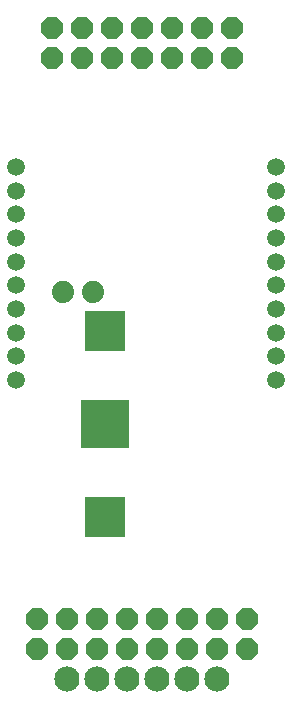
<source format=gbs>
G75*
G70*
%OFA0B0*%
%FSLAX24Y24*%
%IPPOS*%
%LPD*%
%AMOC8*
5,1,8,0,0,1.08239X$1,22.5*
%
%ADD10OC8,0.0720*%
%ADD11C,0.0596*%
%ADD12C,0.0740*%
%ADD13R,0.1640X0.1640*%
%ADD14R,0.1330X0.1330*%
%ADD15C,0.0840*%
D10*
X002651Y002651D03*
X002651Y003651D03*
X003651Y003651D03*
X003651Y002651D03*
X004651Y002651D03*
X004651Y003651D03*
X005651Y003651D03*
X005651Y002651D03*
X006651Y002651D03*
X006651Y003651D03*
X007651Y003651D03*
X007651Y002651D03*
X008651Y002651D03*
X008651Y003651D03*
X009651Y003651D03*
X009651Y002651D03*
X009151Y022331D03*
X009151Y023331D03*
X008151Y023331D03*
X008151Y022331D03*
X007151Y022331D03*
X007151Y023331D03*
X006151Y023331D03*
X006151Y022331D03*
X005151Y022331D03*
X005151Y023331D03*
X004151Y023331D03*
X004151Y022331D03*
X003151Y022331D03*
X003151Y023331D03*
D11*
X001945Y018694D03*
X001945Y017907D03*
X001945Y017120D03*
X001945Y016332D03*
X001945Y015545D03*
X001945Y014757D03*
X001945Y013970D03*
X001945Y013183D03*
X001945Y012395D03*
X001945Y011608D03*
X010607Y011608D03*
X010607Y012395D03*
X010607Y013183D03*
X010607Y013970D03*
X010607Y014757D03*
X010607Y015545D03*
X010607Y016332D03*
X010607Y017120D03*
X010607Y017907D03*
X010607Y018694D03*
D12*
X004526Y014526D03*
X003526Y014526D03*
D13*
X004901Y010151D03*
D14*
X004901Y007051D03*
X004901Y013251D03*
D15*
X004651Y001651D03*
X005651Y001651D03*
X006651Y001651D03*
X007651Y001651D03*
X008651Y001651D03*
X003651Y001651D03*
M02*

</source>
